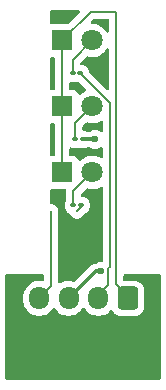
<source format=gbr>
%TF.GenerationSoftware,KiCad,Pcbnew,8.0.1*%
%TF.CreationDate,2024-04-21T19:07:30-04:00*%
%TF.ProjectId,Semaforo,53656d61-666f-4726-9f2e-6b696361645f,Andres La Madrid*%
%TF.SameCoordinates,Original*%
%TF.FileFunction,Copper,L1,Top*%
%TF.FilePolarity,Positive*%
%FSLAX46Y46*%
G04 Gerber Fmt 4.6, Leading zero omitted, Abs format (unit mm)*
G04 Created by KiCad (PCBNEW 8.0.1) date 2024-04-21 19:07:30*
%MOMM*%
%LPD*%
G01*
G04 APERTURE LIST*
G04 Aperture macros list*
%AMRoundRect*
0 Rectangle with rounded corners*
0 $1 Rounding radius*
0 $2 $3 $4 $5 $6 $7 $8 $9 X,Y pos of 4 corners*
0 Add a 4 corners polygon primitive as box body*
4,1,4,$2,$3,$4,$5,$6,$7,$8,$9,$2,$3,0*
0 Add four circle primitives for the rounded corners*
1,1,$1+$1,$2,$3*
1,1,$1+$1,$4,$5*
1,1,$1+$1,$6,$7*
1,1,$1+$1,$8,$9*
0 Add four rect primitives between the rounded corners*
20,1,$1+$1,$2,$3,$4,$5,0*
20,1,$1+$1,$4,$5,$6,$7,0*
20,1,$1+$1,$6,$7,$8,$9,0*
20,1,$1+$1,$8,$9,$2,$3,0*%
G04 Aperture macros list end*
%TA.AperFunction,ComponentPad*%
%ADD10R,1.800000X1.800000*%
%TD*%
%TA.AperFunction,ComponentPad*%
%ADD11C,1.800000*%
%TD*%
%TA.AperFunction,ComponentPad*%
%ADD12RoundRect,0.250000X0.600000X0.725000X-0.600000X0.725000X-0.600000X-0.725000X0.600000X-0.725000X0*%
%TD*%
%TA.AperFunction,ComponentPad*%
%ADD13O,1.700000X1.950000*%
%TD*%
%TA.AperFunction,SMDPad,CuDef*%
%ADD14RoundRect,0.100000X-0.130000X-0.100000X0.130000X-0.100000X0.130000X0.100000X-0.130000X0.100000X0*%
%TD*%
%TA.AperFunction,ComponentPad*%
%ADD15C,3.500000*%
%TD*%
%TA.AperFunction,ViaPad*%
%ADD16C,0.600000*%
%TD*%
%TA.AperFunction,Conductor*%
%ADD17C,0.200000*%
%TD*%
%TA.AperFunction,Conductor*%
%ADD18C,0.300000*%
%TD*%
G04 APERTURE END LIST*
D10*
%TO.P,D2,1,K*%
%TO.N,Net-(D1-K)*%
X137180000Y-86995000D03*
D11*
%TO.P,D2,2,A*%
%TO.N,Net-(D2-A)*%
X139720000Y-86995000D03*
%TD*%
D12*
%TO.P,J1,1,Pin_1*%
%TO.N,Net-(D1-K)*%
X142728000Y-103251000D03*
D13*
%TO.P,J1,2,Pin_2*%
%TO.N,Net-(J1-Pin_2)*%
X140228000Y-103251000D03*
%TO.P,J1,3,Pin_3*%
%TO.N,Net-(J1-Pin_3)*%
X137728000Y-103251000D03*
%TO.P,J1,4,Pin_4*%
%TO.N,Net-(J1-Pin_4)*%
X135228000Y-103251000D03*
%TD*%
D10*
%TO.P,D1,1,K*%
%TO.N,Net-(D1-K)*%
X137180000Y-81407000D03*
D11*
%TO.P,D1,2,A*%
%TO.N,Net-(D1-A)*%
X139720000Y-81407000D03*
%TD*%
D14*
%TO.P,R2,1*%
%TO.N,Net-(D2-A)*%
X138293000Y-89789000D03*
%TO.P,R2,2*%
%TO.N,Net-(J1-Pin_3)*%
X138933000Y-89789000D03*
%TD*%
D10*
%TO.P,D3,1,K*%
%TO.N,Net-(D1-K)*%
X137180000Y-92583000D03*
D11*
%TO.P,D3,2,A*%
%TO.N,Net-(D3-A)*%
X139720000Y-92583000D03*
%TD*%
D14*
%TO.P,R3,1*%
%TO.N,Net-(D3-A)*%
X138130000Y-95377000D03*
%TO.P,R3,2*%
%TO.N,Net-(J1-Pin_4)*%
X138770000Y-95377000D03*
%TD*%
%TO.P,R1,1*%
%TO.N,Net-(D1-A)*%
X138064000Y-84201000D03*
%TO.P,R1,2*%
%TO.N,Net-(J1-Pin_2)*%
X138704000Y-84201000D03*
%TD*%
D15*
%TO.P,REF\u002A\u002A,1*%
%TO.N,GND*%
X138704000Y-98425000D03*
%TD*%
D16*
%TO.N,Net-(J1-Pin_3)*%
X139974000Y-89789000D03*
X140482000Y-100965000D03*
%TD*%
D17*
%TO.N,Net-(D1-K)*%
X141752000Y-78959000D02*
X141752000Y-90932000D01*
X141752000Y-90932000D02*
X141752000Y-93002871D01*
X137180000Y-81407000D02*
X137180000Y-86995000D01*
X139628000Y-78959000D02*
X141752000Y-78959000D01*
X141752000Y-93002871D02*
X141752000Y-102021000D01*
X141752000Y-102021000D02*
X142728000Y-102997000D01*
X137180000Y-86995000D02*
X137180000Y-92583000D01*
X137180000Y-81407000D02*
X139628000Y-78959000D01*
%TO.N,Net-(D1-A)*%
X139720000Y-81407000D02*
X138064000Y-83063000D01*
X138064000Y-83063000D02*
X138064000Y-84201000D01*
%TO.N,Net-(D2-A)*%
X139720000Y-86995000D02*
X138293000Y-88422000D01*
X138293000Y-88422000D02*
X138293000Y-89789000D01*
%TO.N,Net-(D3-A)*%
X139720000Y-92583000D02*
X138130000Y-94173000D01*
X138130000Y-94173000D02*
X138130000Y-95377000D01*
%TO.N,Net-(J1-Pin_2)*%
X138704000Y-84201000D02*
X141224000Y-86721000D01*
X141082000Y-100716471D02*
X141082000Y-102143000D01*
X141224000Y-100574471D02*
X141082000Y-100716471D01*
X141082000Y-102143000D02*
X140228000Y-102997000D01*
X141224000Y-86721000D02*
X141224000Y-100574471D01*
D18*
%TO.N,Net-(J1-Pin_3)*%
X137728000Y-103251000D02*
X140014000Y-100965000D01*
X139974000Y-89789000D02*
X138933000Y-89789000D01*
X140014000Y-100965000D02*
X140482000Y-100965000D01*
D17*
%TO.N,Net-(J1-Pin_4)*%
X136256000Y-95885000D02*
X136256000Y-102223000D01*
X138770000Y-95377000D02*
X138770000Y-95535456D01*
X136256000Y-102223000D02*
X135228000Y-103251000D01*
X138770000Y-95535456D02*
X138420456Y-95885000D01*
%TD*%
%TA.AperFunction,Conductor*%
%TO.N,GND*%
G36*
X140574182Y-93795590D02*
G01*
X140615844Y-93851681D01*
X140623500Y-93894578D01*
X140623500Y-100036622D01*
X140603815Y-100103661D01*
X140551011Y-100149416D01*
X140488964Y-100159308D01*
X140488964Y-100159435D01*
X140488171Y-100159435D01*
X140485618Y-100159842D01*
X140482005Y-100159435D01*
X140481996Y-100159435D01*
X140302750Y-100179630D01*
X140302737Y-100179633D01*
X140132481Y-100239209D01*
X140132477Y-100239210D01*
X140042904Y-100295494D01*
X139976932Y-100314500D01*
X139949929Y-100314500D01*
X139824261Y-100339497D01*
X139824255Y-100339499D01*
X139705875Y-100388533D01*
X139705866Y-100388538D01*
X139599331Y-100459723D01*
X139599327Y-100459726D01*
X138253498Y-101805555D01*
X138192175Y-101839040D01*
X138127500Y-101835805D01*
X138044244Y-101808754D01*
X138044240Y-101808753D01*
X137882957Y-101783208D01*
X137834287Y-101775500D01*
X137621713Y-101775500D01*
X137573042Y-101783208D01*
X137411760Y-101808753D01*
X137209585Y-101874444D01*
X137036795Y-101962485D01*
X136968125Y-101975381D01*
X136903385Y-101949105D01*
X136863128Y-101891998D01*
X136856500Y-101852000D01*
X136856500Y-95805945D01*
X136856500Y-95805943D01*
X136815577Y-95653216D01*
X136736566Y-95516363D01*
X136736524Y-95516290D01*
X136736518Y-95516282D01*
X136624717Y-95404481D01*
X136624709Y-95404475D01*
X136487790Y-95325426D01*
X136487786Y-95325424D01*
X136487784Y-95325423D01*
X136335057Y-95284500D01*
X136280500Y-95284500D01*
X136213461Y-95264815D01*
X136167706Y-95212011D01*
X136156500Y-95160500D01*
X136156500Y-94107499D01*
X136176185Y-94040460D01*
X136228989Y-93994705D01*
X136280495Y-93983499D01*
X137405499Y-93983499D01*
X137472538Y-94003184D01*
X137518293Y-94055988D01*
X137529499Y-94107499D01*
X137529499Y-94262046D01*
X137529500Y-94262059D01*
X137529500Y-94861645D01*
X137509815Y-94928684D01*
X137503876Y-94937131D01*
X137475464Y-94974157D01*
X137414956Y-95120237D01*
X137414955Y-95120239D01*
X137399500Y-95237638D01*
X137399500Y-95516363D01*
X137414953Y-95633753D01*
X137414956Y-95633762D01*
X137475464Y-95779841D01*
X137571718Y-95905282D01*
X137697159Y-96001536D01*
X137790087Y-96040028D01*
X137844490Y-96083869D01*
X137856516Y-96109789D01*
X137857767Y-96109272D01*
X137860878Y-96116782D01*
X137860879Y-96116785D01*
X137939937Y-96253716D01*
X138051740Y-96365519D01*
X138188671Y-96444577D01*
X138341399Y-96485501D01*
X138341402Y-96485501D01*
X138499510Y-96485501D01*
X138499513Y-96485501D01*
X138652241Y-96444577D01*
X138789172Y-96365519D01*
X139100584Y-96054105D01*
X139140804Y-96027231D01*
X139202841Y-96001536D01*
X139328282Y-95905282D01*
X139424536Y-95779841D01*
X139485044Y-95633762D01*
X139500500Y-95516361D01*
X139500499Y-95237640D01*
X139500499Y-95237638D01*
X139500499Y-95237636D01*
X139485046Y-95120246D01*
X139485044Y-95120239D01*
X139485044Y-95120238D01*
X139424536Y-94974159D01*
X139328282Y-94848718D01*
X139202841Y-94752464D01*
X139056762Y-94691956D01*
X139056760Y-94691955D01*
X138939370Y-94676501D01*
X138939367Y-94676500D01*
X138939361Y-94676500D01*
X138939354Y-94676500D01*
X138854500Y-94676500D01*
X138787461Y-94656815D01*
X138741706Y-94604011D01*
X138730500Y-94552500D01*
X138730500Y-94473097D01*
X138750185Y-94406058D01*
X138766819Y-94385416D01*
X138900178Y-94252057D01*
X139195161Y-93957073D01*
X139256482Y-93923590D01*
X139323102Y-93927474D01*
X139353349Y-93937858D01*
X139375018Y-93945298D01*
X139489485Y-93964399D01*
X139603951Y-93983500D01*
X139603952Y-93983500D01*
X139836048Y-93983500D01*
X139836049Y-93983500D01*
X140064981Y-93945298D01*
X140284503Y-93869936D01*
X140284510Y-93869932D01*
X140284513Y-93869931D01*
X140440482Y-93785524D01*
X140508810Y-93770928D01*
X140574182Y-93795590D01*
G37*
%TD.AperFunction*%
%TD*%
%TA.AperFunction,NonConductor*%
G36*
X138645941Y-78879185D02*
G01*
X138691696Y-78931989D01*
X138701640Y-79001147D01*
X138672615Y-79064703D01*
X138666583Y-79071181D01*
X137767582Y-79970181D01*
X137706259Y-80003666D01*
X137679901Y-80006500D01*
X136280500Y-80006500D01*
X136213461Y-79986815D01*
X136167706Y-79934011D01*
X136156500Y-79882500D01*
X136156500Y-78983500D01*
X136176185Y-78916461D01*
X136228989Y-78870706D01*
X136280500Y-78859500D01*
X138578902Y-78859500D01*
X138645941Y-78879185D01*
G37*
%TD.AperFunction*%
%TA.AperFunction,NonConductor*%
G36*
X141094539Y-79579185D02*
G01*
X141140294Y-79631989D01*
X141151500Y-79683500D01*
X141151500Y-80620993D01*
X141131815Y-80688032D01*
X141079011Y-80733787D01*
X141009853Y-80743731D01*
X140946297Y-80714706D01*
X140923691Y-80688815D01*
X140923179Y-80688032D01*
X140828979Y-80543847D01*
X140671784Y-80373087D01*
X140671779Y-80373083D01*
X140671777Y-80373081D01*
X140488634Y-80230535D01*
X140488628Y-80230531D01*
X140284504Y-80120064D01*
X140284495Y-80120061D01*
X140064984Y-80044702D01*
X139874456Y-80012909D01*
X139836049Y-80006500D01*
X139729098Y-80006500D01*
X139662059Y-79986815D01*
X139616304Y-79934011D01*
X139606360Y-79864853D01*
X139635385Y-79801297D01*
X139641417Y-79794819D01*
X139840417Y-79595819D01*
X139901740Y-79562334D01*
X139928098Y-79559500D01*
X141027500Y-79559500D01*
X141094539Y-79579185D01*
G37*
%TD.AperFunction*%
%TA.AperFunction,NonConductor*%
G36*
X136522539Y-82827184D02*
G01*
X136568294Y-82879988D01*
X136579500Y-82931499D01*
X136579500Y-85470500D01*
X136559815Y-85537539D01*
X136507011Y-85583294D01*
X136455500Y-85594500D01*
X136280500Y-85594500D01*
X136213461Y-85574815D01*
X136167706Y-85522011D01*
X136156500Y-85470500D01*
X136156500Y-82931499D01*
X136176185Y-82864460D01*
X136228989Y-82818705D01*
X136280496Y-82807499D01*
X136455501Y-82807499D01*
X136522539Y-82827184D01*
G37*
%TD.AperFunction*%
%TA.AperFunction,NonConductor*%
G36*
X141109404Y-82099906D02*
G01*
X141146736Y-82158966D01*
X141151500Y-82193006D01*
X141151500Y-85499903D01*
X141131815Y-85566942D01*
X141079011Y-85612697D01*
X141009853Y-85622641D01*
X140946297Y-85593616D01*
X140939819Y-85587584D01*
X139467390Y-84115155D01*
X139433905Y-84053832D01*
X139432132Y-84043657D01*
X139419046Y-83944246D01*
X139419044Y-83944241D01*
X139419044Y-83944238D01*
X139358536Y-83798159D01*
X139262282Y-83672718D01*
X139136841Y-83576464D01*
X138990762Y-83515956D01*
X138990760Y-83515955D01*
X138873370Y-83500501D01*
X138873367Y-83500500D01*
X138873361Y-83500500D01*
X138873354Y-83500500D01*
X138788500Y-83500500D01*
X138721461Y-83480815D01*
X138675706Y-83428011D01*
X138664500Y-83376500D01*
X138664500Y-83363097D01*
X138684185Y-83296058D01*
X138700819Y-83275416D01*
X139195161Y-82781073D01*
X139256482Y-82747590D01*
X139323102Y-82751474D01*
X139353349Y-82761858D01*
X139375018Y-82769298D01*
X139489485Y-82788399D01*
X139603951Y-82807500D01*
X139603952Y-82807500D01*
X139836048Y-82807500D01*
X139836049Y-82807500D01*
X140064981Y-82769298D01*
X140284503Y-82693936D01*
X140488626Y-82583470D01*
X140671784Y-82440913D01*
X140828979Y-82270153D01*
X140923691Y-82125184D01*
X140976837Y-82079828D01*
X141046069Y-82070404D01*
X141109404Y-82099906D01*
G37*
%TD.AperFunction*%
%TA.AperFunction,NonConductor*%
G36*
X138414906Y-84885737D02*
G01*
X138416091Y-84885737D01*
X138417235Y-84886043D01*
X138417238Y-84886044D01*
X138516660Y-84899133D01*
X138580555Y-84927398D01*
X138588155Y-84934390D01*
X139171788Y-85518023D01*
X139205273Y-85579346D01*
X139200289Y-85649038D01*
X139158417Y-85704971D01*
X139143125Y-85714759D01*
X138951371Y-85818531D01*
X138951365Y-85818535D01*
X138768222Y-85961081D01*
X138768218Y-85961085D01*
X138759866Y-85970158D01*
X138699979Y-86006148D01*
X138630141Y-86004047D01*
X138572525Y-85964522D01*
X138552455Y-85929507D01*
X138523797Y-85852671D01*
X138523793Y-85852664D01*
X138437547Y-85737455D01*
X138437544Y-85737452D01*
X138322335Y-85651206D01*
X138322328Y-85651202D01*
X138187482Y-85600908D01*
X138187483Y-85600908D01*
X138127883Y-85594501D01*
X138127881Y-85594500D01*
X138127873Y-85594500D01*
X138127865Y-85594500D01*
X137904500Y-85594500D01*
X137837461Y-85574815D01*
X137791706Y-85522011D01*
X137780500Y-85470500D01*
X137780500Y-85025499D01*
X137800185Y-84958460D01*
X137852989Y-84912705D01*
X137904495Y-84901499D01*
X138233360Y-84901499D01*
X138233363Y-84901499D01*
X138350755Y-84886045D01*
X138350755Y-84886044D01*
X138350762Y-84886044D01*
X138350767Y-84886041D01*
X138351900Y-84885739D01*
X138353085Y-84885738D01*
X138358821Y-84884984D01*
X138358920Y-84885738D01*
X138409079Y-84885737D01*
X138409179Y-84884983D01*
X138414906Y-84885737D01*
G37*
%TD.AperFunction*%
%TA.AperFunction,NonConductor*%
G36*
X140574182Y-88207590D02*
G01*
X140615844Y-88263681D01*
X140623500Y-88306578D01*
X140623500Y-89027338D01*
X140603815Y-89094377D01*
X140551011Y-89140132D01*
X140481853Y-89150076D01*
X140433528Y-89132332D01*
X140323523Y-89063211D01*
X140153254Y-89003631D01*
X140153249Y-89003630D01*
X139974004Y-88983435D01*
X139973996Y-88983435D01*
X139794750Y-89003630D01*
X139794737Y-89003633D01*
X139624481Y-89063209D01*
X139624477Y-89063210D01*
X139534904Y-89119494D01*
X139468932Y-89138500D01*
X139327823Y-89138500D01*
X139280370Y-89129061D01*
X139219762Y-89103956D01*
X139219760Y-89103955D01*
X139102370Y-89088501D01*
X139102367Y-89088500D01*
X139102361Y-89088500D01*
X139102354Y-89088500D01*
X139017500Y-89088500D01*
X138950461Y-89068815D01*
X138904706Y-89016011D01*
X138893500Y-88964500D01*
X138893500Y-88722097D01*
X138913185Y-88655058D01*
X138929819Y-88634416D01*
X139044736Y-88519499D01*
X139195161Y-88369073D01*
X139256482Y-88335590D01*
X139323102Y-88339474D01*
X139353349Y-88349858D01*
X139375018Y-88357298D01*
X139489485Y-88376399D01*
X139603951Y-88395500D01*
X139603952Y-88395500D01*
X139836048Y-88395500D01*
X139836049Y-88395500D01*
X140064981Y-88357298D01*
X140284503Y-88281936D01*
X140284510Y-88281932D01*
X140284513Y-88281931D01*
X140440482Y-88197524D01*
X140508810Y-88182928D01*
X140574182Y-88207590D01*
G37*
%TD.AperFunction*%
%TA.AperFunction,NonConductor*%
G36*
X136522539Y-88415184D02*
G01*
X136568294Y-88467988D01*
X136579500Y-88519499D01*
X136579500Y-91058500D01*
X136559815Y-91125539D01*
X136507011Y-91171294D01*
X136455500Y-91182500D01*
X136280500Y-91182500D01*
X136213461Y-91162815D01*
X136167706Y-91110011D01*
X136156500Y-91058500D01*
X136156500Y-88519499D01*
X136176185Y-88452460D01*
X136228989Y-88406705D01*
X136280496Y-88395499D01*
X136455501Y-88395499D01*
X136522539Y-88415184D01*
G37*
%TD.AperFunction*%
%TA.AperFunction,NonConductor*%
G36*
X140567599Y-90447034D02*
G01*
X140612814Y-90500302D01*
X140623500Y-90550661D01*
X140623500Y-91271421D01*
X140603815Y-91338460D01*
X140551011Y-91384215D01*
X140481853Y-91394159D01*
X140440482Y-91380476D01*
X140284504Y-91296064D01*
X140284495Y-91296061D01*
X140064984Y-91220702D01*
X139874450Y-91188908D01*
X139836049Y-91182500D01*
X139603951Y-91182500D01*
X139565550Y-91188908D01*
X139375015Y-91220702D01*
X139155504Y-91296061D01*
X139155495Y-91296064D01*
X138951371Y-91406531D01*
X138951365Y-91406535D01*
X138768222Y-91549081D01*
X138768218Y-91549085D01*
X138759866Y-91558158D01*
X138699979Y-91594148D01*
X138630141Y-91592047D01*
X138572525Y-91552522D01*
X138552455Y-91517507D01*
X138523797Y-91440671D01*
X138523793Y-91440664D01*
X138437547Y-91325455D01*
X138437544Y-91325452D01*
X138322335Y-91239206D01*
X138322328Y-91239202D01*
X138187482Y-91188908D01*
X138187483Y-91188908D01*
X138127883Y-91182501D01*
X138127881Y-91182500D01*
X138127873Y-91182500D01*
X138127865Y-91182500D01*
X137904500Y-91182500D01*
X137837461Y-91162815D01*
X137791706Y-91110011D01*
X137780500Y-91058500D01*
X137780500Y-90566119D01*
X137800185Y-90499080D01*
X137852989Y-90453325D01*
X137922147Y-90443381D01*
X137951950Y-90451557D01*
X138006238Y-90474044D01*
X138123639Y-90489500D01*
X138462360Y-90489499D01*
X138462363Y-90489499D01*
X138579755Y-90474045D01*
X138579755Y-90474044D01*
X138579762Y-90474044D01*
X138579767Y-90474041D01*
X138580900Y-90473739D01*
X138582085Y-90473738D01*
X138587821Y-90472984D01*
X138587920Y-90473738D01*
X138638080Y-90473737D01*
X138638180Y-90472983D01*
X138643907Y-90473737D01*
X138645091Y-90473737D01*
X138646234Y-90474043D01*
X138646236Y-90474043D01*
X138646238Y-90474044D01*
X138763639Y-90489500D01*
X139102360Y-90489499D01*
X139102363Y-90489499D01*
X139219753Y-90474046D01*
X139219757Y-90474044D01*
X139219762Y-90474044D01*
X139280370Y-90448938D01*
X139327823Y-90439500D01*
X139468932Y-90439500D01*
X139534904Y-90458506D01*
X139624477Y-90514789D01*
X139624481Y-90514790D01*
X139794737Y-90574366D01*
X139794743Y-90574367D01*
X139794745Y-90574368D01*
X139794746Y-90574368D01*
X139794750Y-90574369D01*
X139973996Y-90594565D01*
X139974000Y-90594565D01*
X139974004Y-90594565D01*
X140153249Y-90574369D01*
X140153252Y-90574368D01*
X140153255Y-90574368D01*
X140323522Y-90514789D01*
X140433527Y-90445667D01*
X140500764Y-90426667D01*
X140567599Y-90447034D01*
G37*
%TD.AperFunction*%
%TA.AperFunction,NonConductor*%
G36*
X135598539Y-101231185D02*
G01*
X135644294Y-101283989D01*
X135655500Y-101335500D01*
X135655500Y-101681190D01*
X135635815Y-101748229D01*
X135583011Y-101793984D01*
X135513853Y-101803928D01*
X135512102Y-101803663D01*
X135392010Y-101784642D01*
X135334287Y-101775500D01*
X135121713Y-101775500D01*
X135073042Y-101783208D01*
X134911760Y-101808753D01*
X134709585Y-101874444D01*
X134520179Y-101970951D01*
X134348213Y-102095890D01*
X134197890Y-102246213D01*
X134072951Y-102418179D01*
X133976444Y-102607585D01*
X133910753Y-102809760D01*
X133877500Y-103019713D01*
X133877500Y-103482286D01*
X133910753Y-103692239D01*
X133976444Y-103894414D01*
X134072951Y-104083820D01*
X134197890Y-104255786D01*
X134348213Y-104406109D01*
X134520179Y-104531048D01*
X134520181Y-104531049D01*
X134520184Y-104531051D01*
X134709588Y-104627557D01*
X134911757Y-104693246D01*
X135121713Y-104726500D01*
X135121714Y-104726500D01*
X135334286Y-104726500D01*
X135334287Y-104726500D01*
X135544243Y-104693246D01*
X135746412Y-104627557D01*
X135935816Y-104531051D01*
X135957789Y-104515086D01*
X136107786Y-104406109D01*
X136107788Y-104406106D01*
X136107792Y-104406104D01*
X136258104Y-104255792D01*
X136377683Y-104091204D01*
X136433011Y-104048540D01*
X136502624Y-104042561D01*
X136564420Y-104075166D01*
X136578313Y-104091199D01*
X136681925Y-104233809D01*
X136697896Y-104255792D01*
X136848213Y-104406109D01*
X137020179Y-104531048D01*
X137020181Y-104531049D01*
X137020184Y-104531051D01*
X137209588Y-104627557D01*
X137411757Y-104693246D01*
X137621713Y-104726500D01*
X137621714Y-104726500D01*
X137834286Y-104726500D01*
X137834287Y-104726500D01*
X138044243Y-104693246D01*
X138246412Y-104627557D01*
X138435816Y-104531051D01*
X138457789Y-104515086D01*
X138607786Y-104406109D01*
X138607788Y-104406106D01*
X138607792Y-104406104D01*
X138758104Y-104255792D01*
X138877683Y-104091204D01*
X138933011Y-104048540D01*
X139002624Y-104042561D01*
X139064420Y-104075166D01*
X139078313Y-104091199D01*
X139181925Y-104233809D01*
X139197896Y-104255792D01*
X139348213Y-104406109D01*
X139520179Y-104531048D01*
X139520181Y-104531049D01*
X139520184Y-104531051D01*
X139709588Y-104627557D01*
X139911757Y-104693246D01*
X140121713Y-104726500D01*
X140121714Y-104726500D01*
X140334286Y-104726500D01*
X140334287Y-104726500D01*
X140544243Y-104693246D01*
X140746412Y-104627557D01*
X140935816Y-104531051D01*
X141107792Y-104406104D01*
X141246604Y-104267291D01*
X141307923Y-104233809D01*
X141377615Y-104238793D01*
X141433549Y-104280664D01*
X141439821Y-104289878D01*
X141443185Y-104295333D01*
X141443186Y-104295334D01*
X141535288Y-104444656D01*
X141659344Y-104568712D01*
X141808666Y-104660814D01*
X141975203Y-104715999D01*
X142077991Y-104726500D01*
X143378008Y-104726499D01*
X143480797Y-104715999D01*
X143647334Y-104660814D01*
X143796656Y-104568712D01*
X143920712Y-104444656D01*
X144012814Y-104295334D01*
X144067999Y-104128797D01*
X144078500Y-104026009D01*
X144078499Y-102475992D01*
X144067999Y-102373203D01*
X144012814Y-102206666D01*
X143920712Y-102057344D01*
X143796656Y-101933288D01*
X143676681Y-101859287D01*
X143647336Y-101841187D01*
X143647331Y-101841185D01*
X143631095Y-101835805D01*
X143480797Y-101786001D01*
X143480795Y-101786000D01*
X143378016Y-101775500D01*
X143378009Y-101775500D01*
X142476500Y-101775500D01*
X142409461Y-101755815D01*
X142363706Y-101703011D01*
X142352500Y-101651500D01*
X142352500Y-101335500D01*
X142372185Y-101268461D01*
X142424989Y-101222706D01*
X142476500Y-101211500D01*
X145445500Y-101211500D01*
X145512539Y-101231185D01*
X145558294Y-101283989D01*
X145569500Y-101335500D01*
X145569500Y-109992500D01*
X145549815Y-110059539D01*
X145497011Y-110105294D01*
X145445500Y-110116500D01*
X132470500Y-110116500D01*
X132403461Y-110096815D01*
X132357706Y-110044011D01*
X132346500Y-109992500D01*
X132346500Y-101335500D01*
X132366185Y-101268461D01*
X132418989Y-101222706D01*
X132470500Y-101211500D01*
X135531500Y-101211500D01*
X135598539Y-101231185D01*
G37*
%TD.AperFunction*%
M02*

</source>
